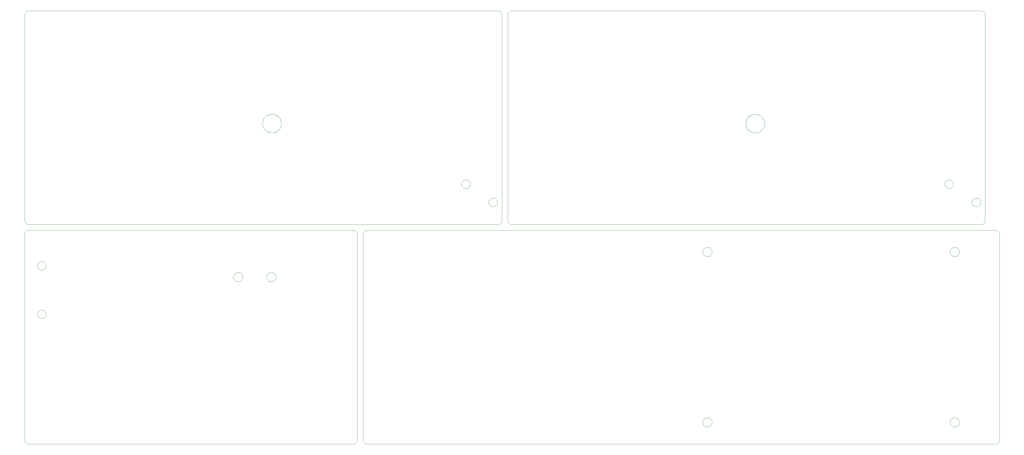
<source format=gko>
G75*
G70*
%OFA0B0*%
%FSLAX24Y24*%
%IPPOS*%
%LPD*%
%AMOC8*
5,1,8,0,0,1.08239X$1,22.5*
%
%ADD10C,0.0039*%
%ADD11C,0.0000*%
D10*
X004103Y003078D02*
X048197Y003078D01*
X048243Y003080D01*
X048289Y003085D01*
X048335Y003094D01*
X048380Y003107D01*
X048423Y003123D01*
X048465Y003142D01*
X048506Y003165D01*
X048544Y003191D01*
X048581Y003220D01*
X048615Y003251D01*
X048646Y003285D01*
X048675Y003322D01*
X048701Y003360D01*
X048724Y003401D01*
X048743Y003443D01*
X048759Y003486D01*
X048772Y003531D01*
X048781Y003577D01*
X048786Y003623D01*
X048788Y003669D01*
X048788Y031622D01*
X048786Y031668D01*
X048781Y031714D01*
X048772Y031760D01*
X048759Y031805D01*
X048743Y031848D01*
X048724Y031890D01*
X048701Y031931D01*
X048675Y031969D01*
X048646Y032006D01*
X048615Y032040D01*
X048581Y032071D01*
X048544Y032100D01*
X048506Y032126D01*
X048465Y032149D01*
X048423Y032168D01*
X048380Y032184D01*
X048335Y032197D01*
X048289Y032206D01*
X048243Y032211D01*
X048197Y032213D01*
X048197Y032212D02*
X004103Y032212D01*
X004103Y032213D02*
X004057Y032211D01*
X004011Y032206D01*
X003965Y032197D01*
X003920Y032184D01*
X003877Y032168D01*
X003835Y032149D01*
X003794Y032126D01*
X003756Y032100D01*
X003719Y032071D01*
X003685Y032040D01*
X003654Y032006D01*
X003625Y031969D01*
X003599Y031931D01*
X003576Y031890D01*
X003557Y031848D01*
X003541Y031805D01*
X003528Y031760D01*
X003519Y031714D01*
X003514Y031668D01*
X003512Y031622D01*
X003512Y003669D01*
X003514Y003623D01*
X003519Y003577D01*
X003528Y003531D01*
X003541Y003486D01*
X003557Y003443D01*
X003576Y003401D01*
X003599Y003360D01*
X003625Y003322D01*
X003654Y003285D01*
X003685Y003251D01*
X003719Y003220D01*
X003756Y003191D01*
X003794Y003165D01*
X003835Y003142D01*
X003877Y003123D01*
X003920Y003107D01*
X003965Y003094D01*
X004011Y003085D01*
X004057Y003080D01*
X004103Y003078D01*
X049575Y003669D02*
X049575Y031622D01*
X049577Y031668D01*
X049582Y031714D01*
X049591Y031760D01*
X049604Y031805D01*
X049620Y031848D01*
X049639Y031890D01*
X049662Y031931D01*
X049688Y031969D01*
X049717Y032006D01*
X049748Y032040D01*
X049782Y032071D01*
X049819Y032100D01*
X049857Y032126D01*
X049898Y032149D01*
X049940Y032168D01*
X049983Y032184D01*
X050028Y032197D01*
X050074Y032206D01*
X050120Y032211D01*
X050166Y032213D01*
X050166Y032212D02*
X135599Y032212D01*
X135599Y032213D02*
X135645Y032211D01*
X135691Y032206D01*
X135737Y032197D01*
X135782Y032184D01*
X135825Y032168D01*
X135867Y032149D01*
X135908Y032126D01*
X135946Y032100D01*
X135983Y032071D01*
X136017Y032040D01*
X136048Y032006D01*
X136077Y031969D01*
X136103Y031931D01*
X136126Y031890D01*
X136145Y031848D01*
X136161Y031805D01*
X136174Y031760D01*
X136183Y031714D01*
X136188Y031668D01*
X136190Y031622D01*
X136189Y031622D02*
X136189Y003669D01*
X136190Y003669D02*
X136188Y003623D01*
X136183Y003577D01*
X136174Y003531D01*
X136161Y003486D01*
X136145Y003443D01*
X136126Y003401D01*
X136103Y003360D01*
X136077Y003322D01*
X136048Y003285D01*
X136017Y003251D01*
X135983Y003220D01*
X135946Y003191D01*
X135908Y003165D01*
X135867Y003142D01*
X135825Y003123D01*
X135782Y003107D01*
X135737Y003094D01*
X135691Y003085D01*
X135645Y003080D01*
X135599Y003078D01*
X050166Y003078D01*
X050120Y003080D01*
X050074Y003085D01*
X050028Y003094D01*
X049983Y003107D01*
X049940Y003123D01*
X049898Y003142D01*
X049857Y003165D01*
X049819Y003191D01*
X049782Y003220D01*
X049748Y003251D01*
X049717Y003285D01*
X049688Y003322D01*
X049662Y003360D01*
X049639Y003401D01*
X049620Y003443D01*
X049604Y003486D01*
X049591Y003531D01*
X049582Y003577D01*
X049577Y003623D01*
X049575Y003669D01*
X067882Y033000D02*
X004103Y033000D01*
X004103Y032999D02*
X004057Y033001D01*
X004011Y033006D01*
X003965Y033015D01*
X003920Y033028D01*
X003877Y033044D01*
X003835Y033063D01*
X003794Y033086D01*
X003756Y033112D01*
X003719Y033141D01*
X003685Y033172D01*
X003654Y033206D01*
X003625Y033243D01*
X003599Y033281D01*
X003576Y033322D01*
X003557Y033364D01*
X003541Y033407D01*
X003528Y033452D01*
X003519Y033498D01*
X003514Y033544D01*
X003512Y033590D01*
X003512Y061543D01*
X003514Y061589D01*
X003519Y061635D01*
X003528Y061681D01*
X003541Y061726D01*
X003557Y061769D01*
X003576Y061811D01*
X003599Y061852D01*
X003625Y061890D01*
X003654Y061927D01*
X003685Y061961D01*
X003719Y061992D01*
X003756Y062021D01*
X003794Y062047D01*
X003835Y062070D01*
X003877Y062089D01*
X003920Y062105D01*
X003965Y062118D01*
X004011Y062127D01*
X004057Y062132D01*
X004103Y062134D01*
X004103Y062133D02*
X067882Y062133D01*
X067882Y062134D02*
X067928Y062132D01*
X067974Y062127D01*
X068020Y062118D01*
X068065Y062105D01*
X068108Y062089D01*
X068150Y062070D01*
X068191Y062047D01*
X068229Y062021D01*
X068266Y061992D01*
X068300Y061961D01*
X068331Y061927D01*
X068360Y061890D01*
X068386Y061852D01*
X068409Y061811D01*
X068428Y061769D01*
X068444Y061726D01*
X068457Y061681D01*
X068466Y061635D01*
X068471Y061589D01*
X068473Y061543D01*
X068473Y033590D01*
X068471Y033544D01*
X068466Y033498D01*
X068457Y033452D01*
X068444Y033407D01*
X068428Y033364D01*
X068409Y033322D01*
X068386Y033281D01*
X068360Y033243D01*
X068331Y033206D01*
X068300Y033172D01*
X068266Y033141D01*
X068229Y033112D01*
X068191Y033086D01*
X068150Y033063D01*
X068108Y033044D01*
X068065Y033028D01*
X068020Y033015D01*
X067974Y033006D01*
X067928Y033001D01*
X067882Y032999D01*
X069260Y033590D02*
X069260Y061543D01*
X069262Y061589D01*
X069267Y061635D01*
X069276Y061681D01*
X069289Y061726D01*
X069305Y061769D01*
X069324Y061811D01*
X069347Y061852D01*
X069373Y061890D01*
X069402Y061927D01*
X069433Y061961D01*
X069467Y061992D01*
X069504Y062021D01*
X069542Y062047D01*
X069583Y062070D01*
X069625Y062089D01*
X069668Y062105D01*
X069713Y062118D01*
X069759Y062127D01*
X069805Y062132D01*
X069851Y062134D01*
X069851Y062133D02*
X133630Y062133D01*
X133630Y062134D02*
X133676Y062132D01*
X133722Y062127D01*
X133768Y062118D01*
X133813Y062105D01*
X133856Y062089D01*
X133898Y062070D01*
X133939Y062047D01*
X133977Y062021D01*
X134014Y061992D01*
X134048Y061961D01*
X134079Y061927D01*
X134108Y061890D01*
X134134Y061852D01*
X134157Y061811D01*
X134176Y061769D01*
X134192Y061726D01*
X134205Y061681D01*
X134214Y061635D01*
X134219Y061589D01*
X134221Y061543D01*
X134221Y033590D01*
X134219Y033544D01*
X134214Y033498D01*
X134205Y033452D01*
X134192Y033407D01*
X134176Y033364D01*
X134157Y033322D01*
X134134Y033281D01*
X134108Y033243D01*
X134079Y033206D01*
X134048Y033172D01*
X134014Y033141D01*
X133977Y033112D01*
X133939Y033086D01*
X133898Y033063D01*
X133856Y033044D01*
X133813Y033028D01*
X133768Y033015D01*
X133722Y033006D01*
X133676Y033001D01*
X133630Y032999D01*
X133630Y033000D02*
X069851Y033000D01*
X069851Y032999D02*
X069805Y033001D01*
X069759Y033006D01*
X069713Y033015D01*
X069668Y033028D01*
X069625Y033044D01*
X069583Y033063D01*
X069542Y033086D01*
X069504Y033112D01*
X069467Y033141D01*
X069433Y033172D01*
X069402Y033206D01*
X069373Y033243D01*
X069347Y033281D01*
X069324Y033322D01*
X069305Y033364D01*
X069289Y033407D01*
X069276Y033452D01*
X069267Y033498D01*
X069262Y033544D01*
X069260Y033590D01*
D11*
X066675Y036027D02*
X066677Y036075D01*
X066683Y036123D01*
X066693Y036170D01*
X066706Y036216D01*
X066724Y036261D01*
X066744Y036305D01*
X066769Y036347D01*
X066797Y036386D01*
X066827Y036423D01*
X066861Y036457D01*
X066898Y036489D01*
X066936Y036518D01*
X066977Y036543D01*
X067020Y036565D01*
X067065Y036583D01*
X067111Y036597D01*
X067158Y036608D01*
X067206Y036615D01*
X067254Y036618D01*
X067302Y036617D01*
X067350Y036612D01*
X067398Y036603D01*
X067444Y036591D01*
X067489Y036574D01*
X067533Y036554D01*
X067575Y036531D01*
X067615Y036504D01*
X067653Y036474D01*
X067688Y036441D01*
X067720Y036405D01*
X067750Y036367D01*
X067776Y036326D01*
X067798Y036283D01*
X067818Y036239D01*
X067833Y036194D01*
X067845Y036147D01*
X067853Y036099D01*
X067857Y036051D01*
X067857Y036003D01*
X067853Y035955D01*
X067845Y035907D01*
X067833Y035860D01*
X067818Y035815D01*
X067798Y035771D01*
X067776Y035728D01*
X067750Y035687D01*
X067720Y035649D01*
X067688Y035613D01*
X067653Y035580D01*
X067615Y035550D01*
X067575Y035523D01*
X067533Y035500D01*
X067489Y035480D01*
X067444Y035463D01*
X067398Y035451D01*
X067350Y035442D01*
X067302Y035437D01*
X067254Y035436D01*
X067206Y035439D01*
X067158Y035446D01*
X067111Y035457D01*
X067065Y035471D01*
X067020Y035489D01*
X066977Y035511D01*
X066936Y035536D01*
X066898Y035565D01*
X066861Y035597D01*
X066827Y035631D01*
X066797Y035668D01*
X066769Y035707D01*
X066744Y035749D01*
X066724Y035793D01*
X066706Y035838D01*
X066693Y035884D01*
X066683Y035931D01*
X066677Y035979D01*
X066675Y036027D01*
X062974Y038507D02*
X062976Y038555D01*
X062982Y038603D01*
X062992Y038650D01*
X063005Y038696D01*
X063023Y038741D01*
X063043Y038785D01*
X063068Y038827D01*
X063096Y038866D01*
X063126Y038903D01*
X063160Y038937D01*
X063197Y038969D01*
X063235Y038998D01*
X063276Y039023D01*
X063319Y039045D01*
X063364Y039063D01*
X063410Y039077D01*
X063457Y039088D01*
X063505Y039095D01*
X063553Y039098D01*
X063601Y039097D01*
X063649Y039092D01*
X063697Y039083D01*
X063743Y039071D01*
X063788Y039054D01*
X063832Y039034D01*
X063874Y039011D01*
X063914Y038984D01*
X063952Y038954D01*
X063987Y038921D01*
X064019Y038885D01*
X064049Y038847D01*
X064075Y038806D01*
X064097Y038763D01*
X064117Y038719D01*
X064132Y038674D01*
X064144Y038627D01*
X064152Y038579D01*
X064156Y038531D01*
X064156Y038483D01*
X064152Y038435D01*
X064144Y038387D01*
X064132Y038340D01*
X064117Y038295D01*
X064097Y038251D01*
X064075Y038208D01*
X064049Y038167D01*
X064019Y038129D01*
X063987Y038093D01*
X063952Y038060D01*
X063914Y038030D01*
X063874Y038003D01*
X063832Y037980D01*
X063788Y037960D01*
X063743Y037943D01*
X063697Y037931D01*
X063649Y037922D01*
X063601Y037917D01*
X063553Y037916D01*
X063505Y037919D01*
X063457Y037926D01*
X063410Y037937D01*
X063364Y037951D01*
X063319Y037969D01*
X063276Y037991D01*
X063235Y038016D01*
X063197Y038045D01*
X063160Y038077D01*
X063126Y038111D01*
X063096Y038148D01*
X063068Y038187D01*
X063043Y038229D01*
X063023Y038273D01*
X063005Y038318D01*
X062992Y038364D01*
X062982Y038411D01*
X062976Y038459D01*
X062974Y038507D01*
X035893Y046779D02*
X035895Y046850D01*
X035901Y046921D01*
X035911Y046992D01*
X035925Y047061D01*
X035942Y047130D01*
X035964Y047198D01*
X035989Y047265D01*
X036018Y047330D01*
X036050Y047393D01*
X036086Y047455D01*
X036125Y047514D01*
X036168Y047571D01*
X036213Y047626D01*
X036262Y047678D01*
X036313Y047727D01*
X036367Y047773D01*
X036424Y047817D01*
X036482Y047857D01*
X036543Y047893D01*
X036606Y047927D01*
X036671Y047956D01*
X036737Y047982D01*
X036805Y048005D01*
X036873Y048023D01*
X036943Y048038D01*
X037013Y048049D01*
X037084Y048056D01*
X037155Y048059D01*
X037226Y048058D01*
X037297Y048053D01*
X037368Y048044D01*
X037438Y048031D01*
X037507Y048015D01*
X037575Y047994D01*
X037642Y047970D01*
X037708Y047942D01*
X037771Y047910D01*
X037833Y047875D01*
X037893Y047837D01*
X037951Y047795D01*
X038006Y047751D01*
X038059Y047703D01*
X038109Y047652D01*
X038156Y047599D01*
X038200Y047543D01*
X038241Y047485D01*
X038279Y047424D01*
X038313Y047362D01*
X038343Y047297D01*
X038370Y047232D01*
X038394Y047164D01*
X038413Y047096D01*
X038429Y047027D01*
X038441Y046956D01*
X038449Y046886D01*
X038453Y046815D01*
X038453Y046743D01*
X038449Y046672D01*
X038441Y046602D01*
X038429Y046531D01*
X038413Y046462D01*
X038394Y046394D01*
X038370Y046326D01*
X038343Y046261D01*
X038313Y046196D01*
X038279Y046134D01*
X038241Y046073D01*
X038200Y046015D01*
X038156Y045959D01*
X038109Y045906D01*
X038059Y045855D01*
X038006Y045807D01*
X037951Y045763D01*
X037893Y045721D01*
X037833Y045683D01*
X037771Y045648D01*
X037708Y045616D01*
X037642Y045588D01*
X037575Y045564D01*
X037507Y045543D01*
X037438Y045527D01*
X037368Y045514D01*
X037297Y045505D01*
X037226Y045500D01*
X037155Y045499D01*
X037084Y045502D01*
X037013Y045509D01*
X036943Y045520D01*
X036873Y045535D01*
X036805Y045553D01*
X036737Y045576D01*
X036671Y045602D01*
X036606Y045631D01*
X036543Y045665D01*
X036482Y045701D01*
X036424Y045741D01*
X036367Y045785D01*
X036313Y045831D01*
X036262Y045880D01*
X036213Y045932D01*
X036168Y045987D01*
X036125Y046044D01*
X036086Y046103D01*
X036050Y046165D01*
X036018Y046228D01*
X035989Y046293D01*
X035964Y046360D01*
X035942Y046428D01*
X035925Y046497D01*
X035911Y046566D01*
X035901Y046637D01*
X035895Y046708D01*
X035893Y046779D01*
X005272Y027378D02*
X005274Y027426D01*
X005280Y027474D01*
X005290Y027521D01*
X005303Y027567D01*
X005321Y027612D01*
X005341Y027656D01*
X005366Y027698D01*
X005394Y027737D01*
X005424Y027774D01*
X005458Y027808D01*
X005495Y027840D01*
X005533Y027869D01*
X005574Y027894D01*
X005617Y027916D01*
X005662Y027934D01*
X005708Y027948D01*
X005755Y027959D01*
X005803Y027966D01*
X005851Y027969D01*
X005899Y027968D01*
X005947Y027963D01*
X005995Y027954D01*
X006041Y027942D01*
X006086Y027925D01*
X006130Y027905D01*
X006172Y027882D01*
X006212Y027855D01*
X006250Y027825D01*
X006285Y027792D01*
X006317Y027756D01*
X006347Y027718D01*
X006373Y027677D01*
X006395Y027634D01*
X006415Y027590D01*
X006430Y027545D01*
X006442Y027498D01*
X006450Y027450D01*
X006454Y027402D01*
X006454Y027354D01*
X006450Y027306D01*
X006442Y027258D01*
X006430Y027211D01*
X006415Y027166D01*
X006395Y027122D01*
X006373Y027079D01*
X006347Y027038D01*
X006317Y027000D01*
X006285Y026964D01*
X006250Y026931D01*
X006212Y026901D01*
X006172Y026874D01*
X006130Y026851D01*
X006086Y026831D01*
X006041Y026814D01*
X005995Y026802D01*
X005947Y026793D01*
X005899Y026788D01*
X005851Y026787D01*
X005803Y026790D01*
X005755Y026797D01*
X005708Y026808D01*
X005662Y026822D01*
X005617Y026840D01*
X005574Y026862D01*
X005533Y026887D01*
X005495Y026916D01*
X005458Y026948D01*
X005424Y026982D01*
X005394Y027019D01*
X005366Y027058D01*
X005341Y027100D01*
X005321Y027144D01*
X005303Y027189D01*
X005290Y027235D01*
X005280Y027282D01*
X005274Y027330D01*
X005272Y027378D01*
X005272Y020764D02*
X005274Y020812D01*
X005280Y020860D01*
X005290Y020907D01*
X005303Y020953D01*
X005321Y020998D01*
X005341Y021042D01*
X005366Y021084D01*
X005394Y021123D01*
X005424Y021160D01*
X005458Y021194D01*
X005495Y021226D01*
X005533Y021255D01*
X005574Y021280D01*
X005617Y021302D01*
X005662Y021320D01*
X005708Y021334D01*
X005755Y021345D01*
X005803Y021352D01*
X005851Y021355D01*
X005899Y021354D01*
X005947Y021349D01*
X005995Y021340D01*
X006041Y021328D01*
X006086Y021311D01*
X006130Y021291D01*
X006172Y021268D01*
X006212Y021241D01*
X006250Y021211D01*
X006285Y021178D01*
X006317Y021142D01*
X006347Y021104D01*
X006373Y021063D01*
X006395Y021020D01*
X006415Y020976D01*
X006430Y020931D01*
X006442Y020884D01*
X006450Y020836D01*
X006454Y020788D01*
X006454Y020740D01*
X006450Y020692D01*
X006442Y020644D01*
X006430Y020597D01*
X006415Y020552D01*
X006395Y020508D01*
X006373Y020465D01*
X006347Y020424D01*
X006317Y020386D01*
X006285Y020350D01*
X006250Y020317D01*
X006212Y020287D01*
X006172Y020260D01*
X006130Y020237D01*
X006086Y020217D01*
X006041Y020200D01*
X005995Y020188D01*
X005947Y020179D01*
X005899Y020174D01*
X005851Y020173D01*
X005803Y020176D01*
X005755Y020183D01*
X005708Y020194D01*
X005662Y020208D01*
X005617Y020226D01*
X005574Y020248D01*
X005533Y020273D01*
X005495Y020302D01*
X005458Y020334D01*
X005424Y020368D01*
X005394Y020405D01*
X005366Y020444D01*
X005341Y020486D01*
X005321Y020530D01*
X005303Y020575D01*
X005290Y020621D01*
X005280Y020668D01*
X005274Y020716D01*
X005272Y020764D01*
X031947Y025852D02*
X031949Y025902D01*
X031955Y025952D01*
X031965Y026001D01*
X031979Y026049D01*
X031996Y026096D01*
X032017Y026141D01*
X032042Y026185D01*
X032070Y026226D01*
X032102Y026265D01*
X032136Y026302D01*
X032173Y026336D01*
X032213Y026366D01*
X032255Y026393D01*
X032299Y026417D01*
X032345Y026438D01*
X032392Y026454D01*
X032440Y026467D01*
X032490Y026476D01*
X032539Y026481D01*
X032590Y026482D01*
X032640Y026479D01*
X032689Y026472D01*
X032738Y026461D01*
X032786Y026446D01*
X032832Y026428D01*
X032877Y026406D01*
X032920Y026380D01*
X032961Y026351D01*
X033000Y026319D01*
X033036Y026284D01*
X033068Y026246D01*
X033098Y026206D01*
X033125Y026163D01*
X033148Y026119D01*
X033167Y026073D01*
X033183Y026025D01*
X033195Y025976D01*
X033203Y025927D01*
X033207Y025877D01*
X033207Y025827D01*
X033203Y025777D01*
X033195Y025728D01*
X033183Y025679D01*
X033167Y025631D01*
X033148Y025585D01*
X033125Y025541D01*
X033098Y025498D01*
X033068Y025458D01*
X033036Y025420D01*
X033000Y025385D01*
X032961Y025353D01*
X032920Y025324D01*
X032877Y025298D01*
X032832Y025276D01*
X032786Y025258D01*
X032738Y025243D01*
X032689Y025232D01*
X032640Y025225D01*
X032590Y025222D01*
X032539Y025223D01*
X032490Y025228D01*
X032440Y025237D01*
X032392Y025250D01*
X032345Y025266D01*
X032299Y025287D01*
X032255Y025311D01*
X032213Y025338D01*
X032173Y025368D01*
X032136Y025402D01*
X032102Y025439D01*
X032070Y025478D01*
X032042Y025519D01*
X032017Y025563D01*
X031996Y025608D01*
X031979Y025655D01*
X031965Y025703D01*
X031955Y025752D01*
X031949Y025802D01*
X031947Y025852D01*
X036447Y025852D02*
X036449Y025902D01*
X036455Y025952D01*
X036465Y026001D01*
X036479Y026049D01*
X036496Y026096D01*
X036517Y026141D01*
X036542Y026185D01*
X036570Y026226D01*
X036602Y026265D01*
X036636Y026302D01*
X036673Y026336D01*
X036713Y026366D01*
X036755Y026393D01*
X036799Y026417D01*
X036845Y026438D01*
X036892Y026454D01*
X036940Y026467D01*
X036990Y026476D01*
X037039Y026481D01*
X037090Y026482D01*
X037140Y026479D01*
X037189Y026472D01*
X037238Y026461D01*
X037286Y026446D01*
X037332Y026428D01*
X037377Y026406D01*
X037420Y026380D01*
X037461Y026351D01*
X037500Y026319D01*
X037536Y026284D01*
X037568Y026246D01*
X037598Y026206D01*
X037625Y026163D01*
X037648Y026119D01*
X037667Y026073D01*
X037683Y026025D01*
X037695Y025976D01*
X037703Y025927D01*
X037707Y025877D01*
X037707Y025827D01*
X037703Y025777D01*
X037695Y025728D01*
X037683Y025679D01*
X037667Y025631D01*
X037648Y025585D01*
X037625Y025541D01*
X037598Y025498D01*
X037568Y025458D01*
X037536Y025420D01*
X037500Y025385D01*
X037461Y025353D01*
X037420Y025324D01*
X037377Y025298D01*
X037332Y025276D01*
X037286Y025258D01*
X037238Y025243D01*
X037189Y025232D01*
X037140Y025225D01*
X037090Y025222D01*
X037039Y025223D01*
X036990Y025228D01*
X036940Y025237D01*
X036892Y025250D01*
X036845Y025266D01*
X036799Y025287D01*
X036755Y025311D01*
X036713Y025338D01*
X036673Y025368D01*
X036636Y025402D01*
X036602Y025439D01*
X036570Y025478D01*
X036542Y025519D01*
X036517Y025563D01*
X036496Y025608D01*
X036479Y025655D01*
X036465Y025703D01*
X036455Y025752D01*
X036449Y025802D01*
X036447Y025852D01*
X095795Y029259D02*
X095797Y029309D01*
X095803Y029359D01*
X095813Y029408D01*
X095827Y029456D01*
X095844Y029503D01*
X095865Y029548D01*
X095890Y029592D01*
X095918Y029633D01*
X095950Y029672D01*
X095984Y029709D01*
X096021Y029743D01*
X096061Y029773D01*
X096103Y029800D01*
X096147Y029824D01*
X096193Y029845D01*
X096240Y029861D01*
X096288Y029874D01*
X096338Y029883D01*
X096387Y029888D01*
X096438Y029889D01*
X096488Y029886D01*
X096537Y029879D01*
X096586Y029868D01*
X096634Y029853D01*
X096680Y029835D01*
X096725Y029813D01*
X096768Y029787D01*
X096809Y029758D01*
X096848Y029726D01*
X096884Y029691D01*
X096916Y029653D01*
X096946Y029613D01*
X096973Y029570D01*
X096996Y029526D01*
X097015Y029480D01*
X097031Y029432D01*
X097043Y029383D01*
X097051Y029334D01*
X097055Y029284D01*
X097055Y029234D01*
X097051Y029184D01*
X097043Y029135D01*
X097031Y029086D01*
X097015Y029038D01*
X096996Y028992D01*
X096973Y028948D01*
X096946Y028905D01*
X096916Y028865D01*
X096884Y028827D01*
X096848Y028792D01*
X096809Y028760D01*
X096768Y028731D01*
X096725Y028705D01*
X096680Y028683D01*
X096634Y028665D01*
X096586Y028650D01*
X096537Y028639D01*
X096488Y028632D01*
X096438Y028629D01*
X096387Y028630D01*
X096338Y028635D01*
X096288Y028644D01*
X096240Y028657D01*
X096193Y028673D01*
X096147Y028694D01*
X096103Y028718D01*
X096061Y028745D01*
X096021Y028775D01*
X095984Y028809D01*
X095950Y028846D01*
X095918Y028885D01*
X095890Y028926D01*
X095865Y028970D01*
X095844Y029015D01*
X095827Y029062D01*
X095813Y029110D01*
X095803Y029159D01*
X095797Y029209D01*
X095795Y029259D01*
X128722Y038507D02*
X128724Y038555D01*
X128730Y038603D01*
X128740Y038650D01*
X128753Y038696D01*
X128771Y038741D01*
X128791Y038785D01*
X128816Y038827D01*
X128844Y038866D01*
X128874Y038903D01*
X128908Y038937D01*
X128945Y038969D01*
X128983Y038998D01*
X129024Y039023D01*
X129067Y039045D01*
X129112Y039063D01*
X129158Y039077D01*
X129205Y039088D01*
X129253Y039095D01*
X129301Y039098D01*
X129349Y039097D01*
X129397Y039092D01*
X129445Y039083D01*
X129491Y039071D01*
X129536Y039054D01*
X129580Y039034D01*
X129622Y039011D01*
X129662Y038984D01*
X129700Y038954D01*
X129735Y038921D01*
X129767Y038885D01*
X129797Y038847D01*
X129823Y038806D01*
X129845Y038763D01*
X129865Y038719D01*
X129880Y038674D01*
X129892Y038627D01*
X129900Y038579D01*
X129904Y038531D01*
X129904Y038483D01*
X129900Y038435D01*
X129892Y038387D01*
X129880Y038340D01*
X129865Y038295D01*
X129845Y038251D01*
X129823Y038208D01*
X129797Y038167D01*
X129767Y038129D01*
X129735Y038093D01*
X129700Y038060D01*
X129662Y038030D01*
X129622Y038003D01*
X129580Y037980D01*
X129536Y037960D01*
X129491Y037943D01*
X129445Y037931D01*
X129397Y037922D01*
X129349Y037917D01*
X129301Y037916D01*
X129253Y037919D01*
X129205Y037926D01*
X129158Y037937D01*
X129112Y037951D01*
X129067Y037969D01*
X129024Y037991D01*
X128983Y038016D01*
X128945Y038045D01*
X128908Y038077D01*
X128874Y038111D01*
X128844Y038148D01*
X128816Y038187D01*
X128791Y038229D01*
X128771Y038273D01*
X128753Y038318D01*
X128740Y038364D01*
X128730Y038411D01*
X128724Y038459D01*
X128722Y038507D01*
X132423Y036027D02*
X132425Y036075D01*
X132431Y036123D01*
X132441Y036170D01*
X132454Y036216D01*
X132472Y036261D01*
X132492Y036305D01*
X132517Y036347D01*
X132545Y036386D01*
X132575Y036423D01*
X132609Y036457D01*
X132646Y036489D01*
X132684Y036518D01*
X132725Y036543D01*
X132768Y036565D01*
X132813Y036583D01*
X132859Y036597D01*
X132906Y036608D01*
X132954Y036615D01*
X133002Y036618D01*
X133050Y036617D01*
X133098Y036612D01*
X133146Y036603D01*
X133192Y036591D01*
X133237Y036574D01*
X133281Y036554D01*
X133323Y036531D01*
X133363Y036504D01*
X133401Y036474D01*
X133436Y036441D01*
X133468Y036405D01*
X133498Y036367D01*
X133524Y036326D01*
X133546Y036283D01*
X133566Y036239D01*
X133581Y036194D01*
X133593Y036147D01*
X133601Y036099D01*
X133605Y036051D01*
X133605Y036003D01*
X133601Y035955D01*
X133593Y035907D01*
X133581Y035860D01*
X133566Y035815D01*
X133546Y035771D01*
X133524Y035728D01*
X133498Y035687D01*
X133468Y035649D01*
X133436Y035613D01*
X133401Y035580D01*
X133363Y035550D01*
X133323Y035523D01*
X133281Y035500D01*
X133237Y035480D01*
X133192Y035463D01*
X133146Y035451D01*
X133098Y035442D01*
X133050Y035437D01*
X133002Y035436D01*
X132954Y035439D01*
X132906Y035446D01*
X132859Y035457D01*
X132813Y035471D01*
X132768Y035489D01*
X132725Y035511D01*
X132684Y035536D01*
X132646Y035565D01*
X132609Y035597D01*
X132575Y035631D01*
X132545Y035668D01*
X132517Y035707D01*
X132492Y035749D01*
X132472Y035793D01*
X132454Y035838D01*
X132441Y035884D01*
X132431Y035931D01*
X132425Y035979D01*
X132423Y036027D01*
X129457Y029259D02*
X129459Y029309D01*
X129465Y029359D01*
X129475Y029408D01*
X129489Y029456D01*
X129506Y029503D01*
X129527Y029548D01*
X129552Y029592D01*
X129580Y029633D01*
X129612Y029672D01*
X129646Y029709D01*
X129683Y029743D01*
X129723Y029773D01*
X129765Y029800D01*
X129809Y029824D01*
X129855Y029845D01*
X129902Y029861D01*
X129950Y029874D01*
X130000Y029883D01*
X130049Y029888D01*
X130100Y029889D01*
X130150Y029886D01*
X130199Y029879D01*
X130248Y029868D01*
X130296Y029853D01*
X130342Y029835D01*
X130387Y029813D01*
X130430Y029787D01*
X130471Y029758D01*
X130510Y029726D01*
X130546Y029691D01*
X130578Y029653D01*
X130608Y029613D01*
X130635Y029570D01*
X130658Y029526D01*
X130677Y029480D01*
X130693Y029432D01*
X130705Y029383D01*
X130713Y029334D01*
X130717Y029284D01*
X130717Y029234D01*
X130713Y029184D01*
X130705Y029135D01*
X130693Y029086D01*
X130677Y029038D01*
X130658Y028992D01*
X130635Y028948D01*
X130608Y028905D01*
X130578Y028865D01*
X130546Y028827D01*
X130510Y028792D01*
X130471Y028760D01*
X130430Y028731D01*
X130387Y028705D01*
X130342Y028683D01*
X130296Y028665D01*
X130248Y028650D01*
X130199Y028639D01*
X130150Y028632D01*
X130100Y028629D01*
X130049Y028630D01*
X130000Y028635D01*
X129950Y028644D01*
X129902Y028657D01*
X129855Y028673D01*
X129809Y028694D01*
X129765Y028718D01*
X129723Y028745D01*
X129683Y028775D01*
X129646Y028809D01*
X129612Y028846D01*
X129580Y028885D01*
X129552Y028926D01*
X129527Y028970D01*
X129506Y029015D01*
X129489Y029062D01*
X129475Y029110D01*
X129465Y029159D01*
X129459Y029209D01*
X129457Y029259D01*
X101642Y046779D02*
X101644Y046850D01*
X101650Y046921D01*
X101660Y046992D01*
X101674Y047061D01*
X101691Y047130D01*
X101713Y047198D01*
X101738Y047265D01*
X101767Y047330D01*
X101799Y047393D01*
X101835Y047455D01*
X101874Y047514D01*
X101917Y047571D01*
X101962Y047626D01*
X102011Y047678D01*
X102062Y047727D01*
X102116Y047773D01*
X102173Y047817D01*
X102231Y047857D01*
X102292Y047893D01*
X102355Y047927D01*
X102420Y047956D01*
X102486Y047982D01*
X102554Y048005D01*
X102622Y048023D01*
X102692Y048038D01*
X102762Y048049D01*
X102833Y048056D01*
X102904Y048059D01*
X102975Y048058D01*
X103046Y048053D01*
X103117Y048044D01*
X103187Y048031D01*
X103256Y048015D01*
X103324Y047994D01*
X103391Y047970D01*
X103457Y047942D01*
X103520Y047910D01*
X103582Y047875D01*
X103642Y047837D01*
X103700Y047795D01*
X103755Y047751D01*
X103808Y047703D01*
X103858Y047652D01*
X103905Y047599D01*
X103949Y047543D01*
X103990Y047485D01*
X104028Y047424D01*
X104062Y047362D01*
X104092Y047297D01*
X104119Y047232D01*
X104143Y047164D01*
X104162Y047096D01*
X104178Y047027D01*
X104190Y046956D01*
X104198Y046886D01*
X104202Y046815D01*
X104202Y046743D01*
X104198Y046672D01*
X104190Y046602D01*
X104178Y046531D01*
X104162Y046462D01*
X104143Y046394D01*
X104119Y046326D01*
X104092Y046261D01*
X104062Y046196D01*
X104028Y046134D01*
X103990Y046073D01*
X103949Y046015D01*
X103905Y045959D01*
X103858Y045906D01*
X103808Y045855D01*
X103755Y045807D01*
X103700Y045763D01*
X103642Y045721D01*
X103582Y045683D01*
X103520Y045648D01*
X103457Y045616D01*
X103391Y045588D01*
X103324Y045564D01*
X103256Y045543D01*
X103187Y045527D01*
X103117Y045514D01*
X103046Y045505D01*
X102975Y045500D01*
X102904Y045499D01*
X102833Y045502D01*
X102762Y045509D01*
X102692Y045520D01*
X102622Y045535D01*
X102554Y045553D01*
X102486Y045576D01*
X102420Y045602D01*
X102355Y045631D01*
X102292Y045665D01*
X102231Y045701D01*
X102173Y045741D01*
X102116Y045785D01*
X102062Y045831D01*
X102011Y045880D01*
X101962Y045932D01*
X101917Y045987D01*
X101874Y046044D01*
X101835Y046103D01*
X101799Y046165D01*
X101767Y046228D01*
X101738Y046293D01*
X101713Y046360D01*
X101691Y046428D01*
X101674Y046497D01*
X101660Y046566D01*
X101650Y046637D01*
X101644Y046708D01*
X101642Y046779D01*
X095795Y006031D02*
X095797Y006081D01*
X095803Y006131D01*
X095813Y006180D01*
X095827Y006228D01*
X095844Y006275D01*
X095865Y006320D01*
X095890Y006364D01*
X095918Y006405D01*
X095950Y006444D01*
X095984Y006481D01*
X096021Y006515D01*
X096061Y006545D01*
X096103Y006572D01*
X096147Y006596D01*
X096193Y006617D01*
X096240Y006633D01*
X096288Y006646D01*
X096338Y006655D01*
X096387Y006660D01*
X096438Y006661D01*
X096488Y006658D01*
X096537Y006651D01*
X096586Y006640D01*
X096634Y006625D01*
X096680Y006607D01*
X096725Y006585D01*
X096768Y006559D01*
X096809Y006530D01*
X096848Y006498D01*
X096884Y006463D01*
X096916Y006425D01*
X096946Y006385D01*
X096973Y006342D01*
X096996Y006298D01*
X097015Y006252D01*
X097031Y006204D01*
X097043Y006155D01*
X097051Y006106D01*
X097055Y006056D01*
X097055Y006006D01*
X097051Y005956D01*
X097043Y005907D01*
X097031Y005858D01*
X097015Y005810D01*
X096996Y005764D01*
X096973Y005720D01*
X096946Y005677D01*
X096916Y005637D01*
X096884Y005599D01*
X096848Y005564D01*
X096809Y005532D01*
X096768Y005503D01*
X096725Y005477D01*
X096680Y005455D01*
X096634Y005437D01*
X096586Y005422D01*
X096537Y005411D01*
X096488Y005404D01*
X096438Y005401D01*
X096387Y005402D01*
X096338Y005407D01*
X096288Y005416D01*
X096240Y005429D01*
X096193Y005445D01*
X096147Y005466D01*
X096103Y005490D01*
X096061Y005517D01*
X096021Y005547D01*
X095984Y005581D01*
X095950Y005618D01*
X095918Y005657D01*
X095890Y005698D01*
X095865Y005742D01*
X095844Y005787D01*
X095827Y005834D01*
X095813Y005882D01*
X095803Y005931D01*
X095797Y005981D01*
X095795Y006031D01*
X129457Y006031D02*
X129459Y006081D01*
X129465Y006131D01*
X129475Y006180D01*
X129489Y006228D01*
X129506Y006275D01*
X129527Y006320D01*
X129552Y006364D01*
X129580Y006405D01*
X129612Y006444D01*
X129646Y006481D01*
X129683Y006515D01*
X129723Y006545D01*
X129765Y006572D01*
X129809Y006596D01*
X129855Y006617D01*
X129902Y006633D01*
X129950Y006646D01*
X130000Y006655D01*
X130049Y006660D01*
X130100Y006661D01*
X130150Y006658D01*
X130199Y006651D01*
X130248Y006640D01*
X130296Y006625D01*
X130342Y006607D01*
X130387Y006585D01*
X130430Y006559D01*
X130471Y006530D01*
X130510Y006498D01*
X130546Y006463D01*
X130578Y006425D01*
X130608Y006385D01*
X130635Y006342D01*
X130658Y006298D01*
X130677Y006252D01*
X130693Y006204D01*
X130705Y006155D01*
X130713Y006106D01*
X130717Y006056D01*
X130717Y006006D01*
X130713Y005956D01*
X130705Y005907D01*
X130693Y005858D01*
X130677Y005810D01*
X130658Y005764D01*
X130635Y005720D01*
X130608Y005677D01*
X130578Y005637D01*
X130546Y005599D01*
X130510Y005564D01*
X130471Y005532D01*
X130430Y005503D01*
X130387Y005477D01*
X130342Y005455D01*
X130296Y005437D01*
X130248Y005422D01*
X130199Y005411D01*
X130150Y005404D01*
X130100Y005401D01*
X130049Y005402D01*
X130000Y005407D01*
X129950Y005416D01*
X129902Y005429D01*
X129855Y005445D01*
X129809Y005466D01*
X129765Y005490D01*
X129723Y005517D01*
X129683Y005547D01*
X129646Y005581D01*
X129612Y005618D01*
X129580Y005657D01*
X129552Y005698D01*
X129527Y005742D01*
X129506Y005787D01*
X129489Y005834D01*
X129475Y005882D01*
X129465Y005931D01*
X129459Y005981D01*
X129457Y006031D01*
M02*

</source>
